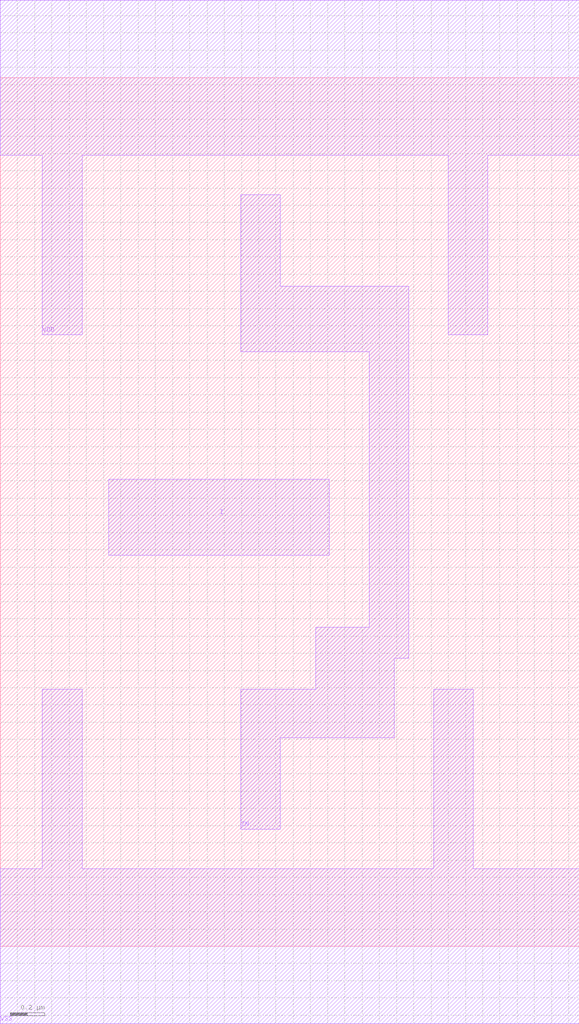
<source format=lef>
# Copyright 2022 GlobalFoundries PDK Authors
#
# Licensed under the Apache License, Version 2.0 (the "License");
# you may not use this file except in compliance with the License.
# You may obtain a copy of the License at
#
#      http://www.apache.org/licenses/LICENSE-2.0
#
# Unless required by applicable law or agreed to in writing, software
# distributed under the License is distributed on an "AS IS" BASIS,
# WITHOUT WARRANTIES OR CONDITIONS OF ANY KIND, either express or implied.
# See the License for the specific language governing permissions and
# limitations under the License.

MACRO gf180mcu_fd_sc_mcu9t5v0__inv_2
  CLASS core ;
  FOREIGN gf180mcu_fd_sc_mcu9t5v0__inv_2 0.0 0.0 ;
  ORIGIN 0 0 ;
  SYMMETRY X Y ;
  SITE GF018hv5v_green_sc9 ;
  SIZE 3.36 BY 5.04 ;
  PIN I
    DIRECTION INPUT ;
    ANTENNAGATEAREA 3.414 ;
    PORT
      LAYER METAL1 ;
        POLYGON 0.63 2.27 1.91 2.27 1.91 2.71 0.63 2.71  ;
    END
  END I
  PIN ZN
    DIRECTION OUTPUT ;
    ANTENNADIFFAREA 1.9155 ;
    PORT
      LAYER METAL1 ;
        POLYGON 1.395 3.45 2.14 3.45 2.14 1.85 1.83 1.85 1.83 1.49 1.395 1.49 1.395 0.68 1.625 0.68 1.625 1.21 2.285 1.21 2.285 1.67 2.37 1.67 2.37 3.83 1.625 3.83 1.625 4.36 1.395 4.36  ;
    END
  END ZN
  PIN VDD
    DIRECTION INOUT ;
    USE power ;
    SHAPE ABUTMENT ;
    PORT
      LAYER METAL1 ;
        POLYGON 0 4.59 0.245 4.59 0.245 3.55 0.475 3.55 0.475 4.59 2.6 4.59 2.6 3.55 2.83 3.55 2.83 4.59 3.36 4.59 3.36 5.49 0 5.49  ;
    END
  END VDD
  PIN VSS
    DIRECTION INOUT ;
    USE ground ;
    SHAPE ABUTMENT ;
    PORT
      LAYER METAL1 ;
        POLYGON 0 -0.45 3.36 -0.45 3.36 0.45 2.745 0.45 2.745 1.49 2.515 1.49 2.515 0.45 0.475 0.45 0.475 1.49 0.245 1.49 0.245 0.45 0 0.45  ;
    END
  END VSS
END gf180mcu_fd_sc_mcu9t5v0__inv_2

</source>
